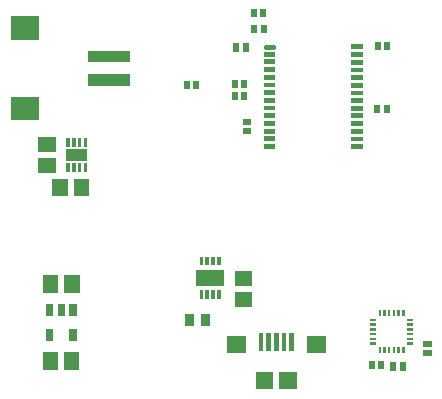
<source format=gbr>
G04 start of page 10 for group -4015 idx -4015 *
G04 Title: SAP, toppaste *
G04 Creator: pcb 4.0.2 *
G04 CreationDate: Tue Jun 12 19:10:11 2018 UTC *
G04 For: phil *
G04 Format: Gerber/RS-274X *
G04 PCB-Dimensions (mil): 1811.02 1574.80 *
G04 PCB-Coordinate-Origin: lower left *
%MOIN*%
%FSLAX25Y25*%
%LNTOPPASTE*%
%ADD58C,0.0160*%
%ADD57C,0.0001*%
G54D57*G36*
X26901Y126142D02*Y122205D01*
X41075D01*
Y126142D01*
X26901D01*
G37*
G36*
Y118268D02*Y114331D01*
X41075D01*
Y118268D01*
X26901D01*
G37*
G36*
X1177Y137558D02*Y129684D01*
X10626D01*
Y137558D01*
X1177D01*
G37*
G36*
Y110788D02*Y102914D01*
X10626D01*
Y110788D01*
X1177D01*
G37*
G36*
X90514Y31935D02*X89014D01*
Y25936D01*
X90514D01*
Y31935D01*
G37*
G36*
X87955D02*X86455D01*
Y25936D01*
X87955D01*
Y31935D01*
G37*
G36*
X93073D02*X91573D01*
Y25936D01*
X93073D01*
Y31935D01*
G37*
G36*
X95632D02*X94132D01*
Y25936D01*
X95632D01*
Y31935D01*
G37*
G36*
X85396D02*X83896D01*
Y25936D01*
X85396D01*
Y31935D01*
G37*
G36*
X73229Y30989D02*Y25489D01*
X79528D01*
Y30989D01*
X73229D01*
G37*
G36*
X100000D02*Y25489D01*
X106299D01*
Y30989D01*
X100000D01*
G37*
G36*
X82874Y19094D02*Y13189D01*
X88779D01*
Y19094D01*
X82874D01*
G37*
G36*
X90748D02*Y13189D01*
X96653D01*
Y19094D01*
X90748D01*
G37*
G36*
X132520Y39527D02*X131733D01*
Y37559D01*
X132520D01*
Y39527D01*
G37*
G36*
X130945D02*X130158D01*
Y37559D01*
X130945D01*
Y39527D01*
G37*
G36*
X129370D02*X128583D01*
Y37559D01*
X129370D01*
Y39527D01*
G37*
G36*
X127796D02*X127009D01*
Y37559D01*
X127796D01*
Y39527D01*
G37*
G36*
X126221D02*X125434D01*
Y37559D01*
X126221D01*
Y39527D01*
G37*
G36*
X124646D02*X123859D01*
Y37559D01*
X124646D01*
Y39527D01*
G37*
G36*
Y27322D02*X123859D01*
Y25354D01*
X124646D01*
Y27322D01*
G37*
G36*
X126221D02*X125434D01*
Y25354D01*
X126221D01*
Y27322D01*
G37*
G36*
X127796D02*X127009D01*
Y25354D01*
X127796D01*
Y27322D01*
G37*
G36*
X129370D02*X128583D01*
Y25354D01*
X129370D01*
Y27322D01*
G37*
G36*
X130945D02*X130158D01*
Y25354D01*
X130945D01*
Y27322D01*
G37*
G36*
X132520D02*X131733D01*
Y25354D01*
X132520D01*
Y27322D01*
G37*
G36*
X121103Y36771D02*Y35984D01*
X123071D01*
Y36771D01*
X121103D01*
G37*
G36*
Y35196D02*Y34409D01*
X123071D01*
Y35196D01*
X121103D01*
G37*
G36*
Y33621D02*Y32834D01*
X123071D01*
Y33621D01*
X121103D01*
G37*
G36*
Y32047D02*Y31260D01*
X123071D01*
Y32047D01*
X121103D01*
G37*
G36*
Y30472D02*Y29685D01*
X123071D01*
Y30472D01*
X121103D01*
G37*
G36*
Y28897D02*Y28110D01*
X123071D01*
Y28897D01*
X121103D01*
G37*
G36*
X133308D02*Y28110D01*
X135276D01*
Y28897D01*
X133308D01*
G37*
G36*
Y30472D02*Y29685D01*
X135276D01*
Y30472D01*
X133308D01*
G37*
G36*
Y32047D02*Y31260D01*
X135276D01*
Y32047D01*
X133308D01*
G37*
G36*
Y33621D02*Y32834D01*
X135276D01*
Y33621D01*
X133308D01*
G37*
G36*
Y35196D02*Y34409D01*
X135276D01*
Y35196D01*
X133308D01*
G37*
G36*
Y36771D02*Y35984D01*
X135276D01*
Y36771D01*
X133308D01*
G37*
G36*
X132873Y22243D02*X130905D01*
Y19489D01*
X132873D01*
Y22243D01*
G37*
G36*
X129725D02*X127757D01*
Y19489D01*
X129725D01*
Y22243D01*
G37*
G36*
X122638Y22637D02*X120670D01*
Y19883D01*
X122638D01*
Y22637D01*
G37*
G36*
X125786D02*X123818D01*
Y19883D01*
X125786D01*
Y22637D01*
G37*
G36*
X138780Y26182D02*Y24214D01*
X141534D01*
Y26182D01*
X138780D01*
G37*
G36*
Y29330D02*Y27362D01*
X141534D01*
Y29330D01*
X138780D01*
G37*
G54D58*X86453Y127480D02*X88653D01*
G54D57*G36*
X85653Y125680D02*Y124080D01*
X89453D01*
Y125680D01*
X85653D01*
G37*
G36*
Y123180D02*Y121580D01*
X89453D01*
Y123180D01*
X85653D01*
G37*
G36*
Y120580D02*Y118980D01*
X89453D01*
Y120580D01*
X85653D01*
G37*
G36*
Y117980D02*Y116380D01*
X89453D01*
Y117980D01*
X85653D01*
G37*
G36*
Y115480D02*Y113880D01*
X89453D01*
Y115480D01*
X85653D01*
G37*
G36*
Y112880D02*Y111280D01*
X89453D01*
Y112880D01*
X85653D01*
G37*
G36*
Y110380D02*Y108780D01*
X89453D01*
Y110380D01*
X85653D01*
G37*
G36*
Y107780D02*Y106180D01*
X89453D01*
Y107780D01*
X85653D01*
G37*
G36*
Y105180D02*Y103580D01*
X89453D01*
Y105180D01*
X85653D01*
G37*
G36*
Y102680D02*Y101080D01*
X89453D01*
Y102680D01*
X85653D01*
G37*
G36*
Y100080D02*Y98480D01*
X89453D01*
Y100080D01*
X85653D01*
G37*
G36*
Y97580D02*Y95980D01*
X89453D01*
Y97580D01*
X85653D01*
G37*
G36*
Y94980D02*Y93380D01*
X89453D01*
Y94980D01*
X85653D01*
G37*
G36*
X114753Y94880D02*Y93280D01*
X118553D01*
Y94880D01*
X114753D01*
G37*
G36*
Y97480D02*Y95880D01*
X118553D01*
Y97480D01*
X114753D01*
G37*
G36*
Y99980D02*Y98380D01*
X118553D01*
Y99980D01*
X114753D01*
G37*
G36*
Y102580D02*Y100980D01*
X118553D01*
Y102580D01*
X114753D01*
G37*
G36*
Y105180D02*Y103580D01*
X118553D01*
Y105180D01*
X114753D01*
G37*
G36*
Y107680D02*Y106080D01*
X118553D01*
Y107680D01*
X114753D01*
G37*
G36*
Y110280D02*Y108680D01*
X118553D01*
Y110280D01*
X114753D01*
G37*
G36*
Y112780D02*Y111180D01*
X118553D01*
Y112780D01*
X114753D01*
G37*
G36*
Y115380D02*Y113780D01*
X118553D01*
Y115380D01*
X114753D01*
G37*
G36*
Y117980D02*Y116380D01*
X118553D01*
Y117980D01*
X114753D01*
G37*
G36*
Y120480D02*Y118880D01*
X118553D01*
Y120480D01*
X114753D01*
G37*
G36*
Y123080D02*Y121480D01*
X118553D01*
Y123080D01*
X114753D01*
G37*
G36*
Y125580D02*Y123980D01*
X118553D01*
Y125580D01*
X114753D01*
G37*
G36*
Y128180D02*Y126580D01*
X118553D01*
Y128180D01*
X114753D01*
G37*
G36*
X86419Y139960D02*X84451D01*
Y137206D01*
X86419D01*
Y139960D01*
G37*
G36*
X83271D02*X81303D01*
Y137206D01*
X83271D01*
Y139960D01*
G37*
G36*
X77363Y128542D02*X75395D01*
Y125788D01*
X77363D01*
Y128542D01*
G37*
G36*
X80511D02*X78543D01*
Y125788D01*
X80511D01*
Y128542D01*
G37*
G36*
X86494Y134842D02*X84526D01*
Y132088D01*
X86494D01*
Y134842D01*
G37*
G36*
X83346D02*X81378D01*
Y132088D01*
X83346D01*
Y134842D01*
G37*
G36*
X60827Y115944D02*X58859D01*
Y113190D01*
X60827D01*
Y115944D01*
G37*
G36*
X63975D02*X62007D01*
Y113190D01*
X63975D01*
Y115944D01*
G37*
G36*
X76969Y116416D02*X75001D01*
Y113662D01*
X76969D01*
Y116416D01*
G37*
G36*
X80117D02*X78149D01*
Y113662D01*
X80117D01*
Y116416D01*
G37*
G36*
X80038Y112399D02*X78070D01*
Y109645D01*
X80038D01*
Y112399D01*
G37*
G36*
X76890D02*X74922D01*
Y109645D01*
X76890D01*
Y112399D01*
G37*
G36*
X124449Y108070D02*X122481D01*
Y105316D01*
X124449D01*
Y108070D01*
G37*
G36*
X127597D02*X125629D01*
Y105316D01*
X127597D01*
Y108070D01*
G37*
G36*
X78544Y100197D02*Y98229D01*
X81298D01*
Y100197D01*
X78544D01*
G37*
G36*
Y103345D02*Y101377D01*
X81298D01*
Y103345D01*
X78544D01*
G37*
G36*
X127755Y128936D02*X125787D01*
Y126182D01*
X127755D01*
Y128936D01*
G37*
G36*
X124607D02*X122639D01*
Y126182D01*
X124607D01*
Y128936D01*
G37*
G36*
X17047Y25708D02*X11929D01*
Y19804D01*
X17047D01*
Y25708D01*
G37*
G36*
X24133D02*X19015D01*
Y19804D01*
X24133D01*
Y25708D01*
G37*
G36*
X24211Y51377D02*X19093D01*
Y45473D01*
X24211D01*
Y51377D01*
G37*
G36*
X17125D02*X12007D01*
Y45473D01*
X17125D01*
Y51377D01*
G37*
G36*
X15369Y33339D02*X12969D01*
Y29339D01*
X15369D01*
Y33339D01*
G37*
G36*
X23169D02*X20769D01*
Y29339D01*
X23169D01*
Y33339D01*
G37*
G36*
Y41539D02*X20769D01*
Y37539D01*
X23169D01*
Y41539D01*
G37*
G36*
X19269D02*X16869D01*
Y37539D01*
X19269D01*
Y41539D01*
G37*
G36*
X15369D02*X12969D01*
Y37539D01*
X15369D01*
Y41539D01*
G37*
G36*
X10276Y90355D02*Y85237D01*
X16180D01*
Y90355D01*
X10276D01*
G37*
G36*
Y97441D02*Y92323D01*
X16180D01*
Y97441D01*
X10276D01*
G37*
G36*
X20867Y88583D02*X19686D01*
Y85827D01*
X20867D01*
Y88583D01*
G37*
G36*
X22835D02*X21654D01*
Y85827D01*
X22835D01*
Y88583D01*
G37*
G36*
X24803D02*X23622D01*
Y85827D01*
X24803D01*
Y88583D01*
G37*
G36*
X26771D02*X25590D01*
Y85827D01*
X26771D01*
Y88583D01*
G37*
G36*
Y96850D02*X25590D01*
Y94094D01*
X26771D01*
Y96850D01*
G37*
G36*
X24803D02*X23622D01*
Y94094D01*
X24803D01*
Y96850D01*
G37*
G36*
X22835D02*X21654D01*
Y94094D01*
X22835D01*
Y96850D01*
G37*
G36*
X20867D02*X19686D01*
Y94094D01*
X20867D01*
Y96850D01*
G37*
G36*
X19705Y93189D02*Y89489D01*
X26751D01*
Y93189D01*
X19705D01*
G37*
G36*
X20276Y83503D02*X15158D01*
Y77599D01*
X20276D01*
Y83503D01*
G37*
G36*
X27362D02*X22244D01*
Y77599D01*
X27362D01*
Y83503D01*
G37*
G36*
X62967Y53144D02*Y47644D01*
X72467D01*
Y53144D01*
X62967D01*
G37*
G36*
X65355Y46260D02*X64174D01*
Y43398D01*
X65355D01*
Y46260D01*
G37*
G36*
X67323D02*X66142D01*
Y43398D01*
X67323D01*
Y46260D01*
G37*
G36*
X69291D02*X68110D01*
Y43398D01*
X69291D01*
Y46260D01*
G37*
G36*
X71259D02*X70078D01*
Y43398D01*
X71259D01*
Y46260D01*
G37*
G36*
Y57389D02*X70078D01*
Y54527D01*
X71259D01*
Y57389D01*
G37*
G36*
X69291D02*X68110D01*
Y54527D01*
X69291D01*
Y57389D01*
G37*
G36*
X67323D02*X66142D01*
Y54527D01*
X67323D01*
Y57389D01*
G37*
G36*
X65355D02*X64174D01*
Y54527D01*
X65355D01*
Y57389D01*
G37*
G36*
X75867Y52796D02*Y47678D01*
X81771D01*
Y52796D01*
X75867D01*
G37*
G36*
Y45710D02*Y40592D01*
X81771D01*
Y45710D01*
X75867D01*
G37*
G36*
X62382Y38425D02*X59430D01*
Y34489D01*
X62382D01*
Y38425D01*
G37*
G36*
X67500D02*X64548D01*
Y34489D01*
X67500D01*
Y38425D01*
G37*
M02*

</source>
